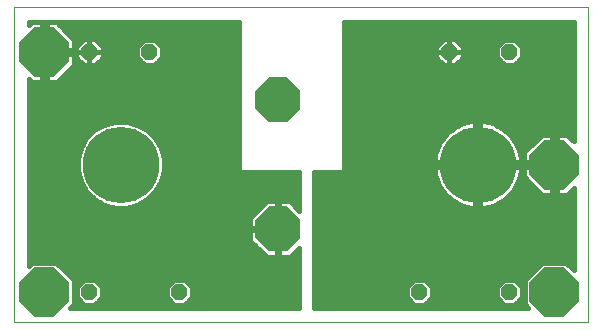
<source format=gtl>
G75*
%MOIN*%
%OFA0B0*%
%FSLAX25Y25*%
%IPPOS*%
%LPD*%
%AMOC8*
5,1,8,0,0,1.08239X$1,22.5*
%
%ADD10C,0.00000*%
%ADD11OC8,0.15000*%
%ADD12C,0.25500*%
%ADD13OC8,0.16400*%
%ADD14OC8,0.05200*%
%ADD15C,0.01600*%
D10*
X0004333Y0003250D02*
X0004333Y0108211D01*
X0195534Y0108211D01*
X0195534Y0003250D01*
X0004333Y0003250D01*
D11*
X0092333Y0034250D03*
X0092333Y0077250D03*
D12*
X0039833Y0055750D03*
X0158833Y0055750D03*
D13*
X0184333Y0055750D03*
X0184333Y0013250D03*
X0014333Y0013250D03*
X0014333Y0093250D03*
D14*
X0029333Y0093250D03*
X0049333Y0093250D03*
X0149333Y0093250D03*
X0169333Y0093250D03*
X0169333Y0013250D03*
X0139333Y0013250D03*
X0059333Y0013250D03*
X0029333Y0013250D03*
D15*
X0032484Y0016038D02*
X0056181Y0016038D01*
X0055133Y0014990D02*
X0055133Y0011510D01*
X0057593Y0009050D01*
X0061073Y0009050D01*
X0063533Y0011510D01*
X0063533Y0014990D01*
X0061073Y0017450D01*
X0057593Y0017450D01*
X0055133Y0014990D01*
X0055133Y0014440D02*
X0033533Y0014440D01*
X0033533Y0014990D02*
X0031073Y0017450D01*
X0027593Y0017450D01*
X0025133Y0014990D01*
X0025133Y0011510D01*
X0027593Y0009050D01*
X0031073Y0009050D01*
X0033533Y0011510D01*
X0033533Y0014990D01*
X0033533Y0012841D02*
X0055133Y0012841D01*
X0055401Y0011243D02*
X0033265Y0011243D01*
X0031667Y0009644D02*
X0056999Y0009644D01*
X0061667Y0009644D02*
X0099333Y0009644D01*
X0099333Y0008050D02*
X0022992Y0008050D01*
X0024133Y0009191D01*
X0024133Y0017309D01*
X0018392Y0023050D01*
X0010274Y0023050D01*
X0009133Y0021909D01*
X0009133Y0084308D01*
X0010191Y0083250D01*
X0013558Y0083250D01*
X0013558Y0092475D01*
X0015108Y0092475D01*
X0015108Y0094025D01*
X0024333Y0094025D01*
X0024333Y0097392D01*
X0018475Y0103250D01*
X0015108Y0103250D01*
X0015108Y0094025D01*
X0013558Y0094025D01*
X0013558Y0103250D01*
X0010191Y0103250D01*
X0009133Y0102192D01*
X0009133Y0103411D01*
X0079333Y0103411D01*
X0079333Y0053250D01*
X0099333Y0053250D01*
X0099333Y0040402D01*
X0096185Y0043550D01*
X0092708Y0043550D01*
X0092708Y0034625D01*
X0091958Y0034625D01*
X0091958Y0043550D01*
X0088481Y0043550D01*
X0083033Y0038102D01*
X0083033Y0034625D01*
X0091958Y0034625D01*
X0091958Y0033875D01*
X0092708Y0033875D01*
X0092708Y0024950D01*
X0096185Y0024950D01*
X0099333Y0028098D01*
X0099333Y0008050D01*
X0099333Y0011243D02*
X0063265Y0011243D01*
X0063533Y0012841D02*
X0099333Y0012841D01*
X0099333Y0014440D02*
X0063533Y0014440D01*
X0062484Y0016038D02*
X0099333Y0016038D01*
X0099333Y0017637D02*
X0023805Y0017637D01*
X0022207Y0019235D02*
X0099333Y0019235D01*
X0099333Y0020834D02*
X0020608Y0020834D01*
X0019010Y0022432D02*
X0099333Y0022432D01*
X0099333Y0024031D02*
X0009133Y0024031D01*
X0009133Y0022432D02*
X0009656Y0022432D01*
X0009133Y0025629D02*
X0087801Y0025629D01*
X0088481Y0024950D02*
X0091958Y0024950D01*
X0091958Y0033875D01*
X0083033Y0033875D01*
X0083033Y0030398D01*
X0088481Y0024950D01*
X0091958Y0025629D02*
X0092708Y0025629D01*
X0092708Y0027228D02*
X0091958Y0027228D01*
X0091958Y0028826D02*
X0092708Y0028826D01*
X0092708Y0030425D02*
X0091958Y0030425D01*
X0091958Y0032023D02*
X0092708Y0032023D01*
X0092708Y0033622D02*
X0091958Y0033622D01*
X0091958Y0035220D02*
X0092708Y0035220D01*
X0092708Y0036819D02*
X0091958Y0036819D01*
X0091958Y0038417D02*
X0092708Y0038417D01*
X0092708Y0040016D02*
X0091958Y0040016D01*
X0091958Y0041614D02*
X0092708Y0041614D01*
X0092708Y0043213D02*
X0091958Y0043213D01*
X0088143Y0043213D02*
X0046818Y0043213D01*
X0045372Y0042378D02*
X0048644Y0044267D01*
X0051316Y0046939D01*
X0053205Y0050211D01*
X0054183Y0053861D01*
X0054183Y0057639D01*
X0053205Y0061289D01*
X0051316Y0064561D01*
X0048644Y0067233D01*
X0045372Y0069122D01*
X0041722Y0070100D01*
X0037944Y0070100D01*
X0034294Y0069122D01*
X0031022Y0067233D01*
X0028350Y0064561D01*
X0026461Y0061289D01*
X0025483Y0057639D01*
X0025483Y0053861D01*
X0026461Y0050211D01*
X0028350Y0046939D01*
X0031022Y0044267D01*
X0034294Y0042378D01*
X0037944Y0041400D01*
X0041722Y0041400D01*
X0045372Y0042378D01*
X0042522Y0041614D02*
X0086545Y0041614D01*
X0084946Y0040016D02*
X0009133Y0040016D01*
X0009133Y0041614D02*
X0037144Y0041614D01*
X0032848Y0043213D02*
X0009133Y0043213D01*
X0009133Y0044811D02*
X0030478Y0044811D01*
X0028879Y0046410D02*
X0009133Y0046410D01*
X0009133Y0048008D02*
X0027733Y0048008D01*
X0026810Y0049607D02*
X0009133Y0049607D01*
X0009133Y0051205D02*
X0026194Y0051205D01*
X0025766Y0052804D02*
X0009133Y0052804D01*
X0009133Y0054402D02*
X0025483Y0054402D01*
X0025483Y0056001D02*
X0009133Y0056001D01*
X0009133Y0057599D02*
X0025483Y0057599D01*
X0025900Y0059198D02*
X0009133Y0059198D01*
X0009133Y0060796D02*
X0026329Y0060796D01*
X0027099Y0062395D02*
X0009133Y0062395D01*
X0009133Y0063993D02*
X0028022Y0063993D01*
X0029381Y0065592D02*
X0009133Y0065592D01*
X0009133Y0067190D02*
X0030979Y0067190D01*
X0033717Y0068789D02*
X0009133Y0068789D01*
X0009133Y0070387D02*
X0079333Y0070387D01*
X0079333Y0068789D02*
X0045949Y0068789D01*
X0048686Y0067190D02*
X0079333Y0067190D01*
X0079333Y0065592D02*
X0050285Y0065592D01*
X0051643Y0063993D02*
X0079333Y0063993D01*
X0079333Y0062395D02*
X0052566Y0062395D01*
X0053337Y0060796D02*
X0079333Y0060796D01*
X0079333Y0059198D02*
X0053765Y0059198D01*
X0054183Y0057599D02*
X0079333Y0057599D01*
X0079333Y0056001D02*
X0054183Y0056001D01*
X0054183Y0054402D02*
X0079333Y0054402D01*
X0099333Y0052804D02*
X0053900Y0052804D01*
X0053471Y0051205D02*
X0099333Y0051205D01*
X0099333Y0049607D02*
X0052856Y0049607D01*
X0051933Y0048008D02*
X0099333Y0048008D01*
X0099333Y0046410D02*
X0050787Y0046410D01*
X0049188Y0044811D02*
X0099333Y0044811D01*
X0099333Y0043213D02*
X0096522Y0043213D01*
X0098121Y0041614D02*
X0099333Y0041614D01*
X0104333Y0041614D02*
X0155317Y0041614D01*
X0155293Y0041619D02*
X0156695Y0041340D01*
X0158033Y0041208D01*
X0158033Y0054950D01*
X0159633Y0054950D01*
X0159633Y0056550D01*
X0173374Y0056550D01*
X0173243Y0057887D01*
X0172964Y0059290D01*
X0172549Y0060658D01*
X0172002Y0061978D01*
X0171328Y0063239D01*
X0170534Y0064428D01*
X0169627Y0065533D01*
X0168616Y0066544D01*
X0167511Y0067451D01*
X0166322Y0068245D01*
X0165061Y0068919D01*
X0163740Y0069466D01*
X0162372Y0069881D01*
X0160970Y0070160D01*
X0159633Y0070292D01*
X0159633Y0056550D01*
X0158033Y0056550D01*
X0158033Y0070292D01*
X0156695Y0070160D01*
X0155293Y0069881D01*
X0153925Y0069466D01*
X0152604Y0068919D01*
X0151344Y0068245D01*
X0150155Y0067451D01*
X0149050Y0066544D01*
X0148039Y0065533D01*
X0147132Y0064428D01*
X0146338Y0063239D01*
X0145664Y0061978D01*
X0145117Y0060658D01*
X0144702Y0059290D01*
X0144423Y0057887D01*
X0144291Y0056550D01*
X0158033Y0056550D01*
X0158033Y0054950D01*
X0144291Y0054950D01*
X0144423Y0053612D01*
X0144702Y0052210D01*
X0145117Y0050842D01*
X0145664Y0049522D01*
X0146338Y0048261D01*
X0147132Y0047072D01*
X0148039Y0045967D01*
X0149050Y0044956D01*
X0150155Y0044049D01*
X0151344Y0043255D01*
X0152604Y0042581D01*
X0153925Y0042034D01*
X0155293Y0041619D01*
X0158033Y0041614D02*
X0159633Y0041614D01*
X0159633Y0041208D02*
X0160970Y0041340D01*
X0162372Y0041619D01*
X0163740Y0042034D01*
X0165061Y0042581D01*
X0166322Y0043255D01*
X0167511Y0044049D01*
X0168616Y0044956D01*
X0169627Y0045967D01*
X0170534Y0047072D01*
X0171328Y0048261D01*
X0172002Y0049522D01*
X0172549Y0050842D01*
X0172964Y0052210D01*
X0173243Y0053612D01*
X0173374Y0054950D01*
X0159633Y0054950D01*
X0159633Y0041208D01*
X0162349Y0041614D02*
X0190734Y0041614D01*
X0190734Y0040016D02*
X0104333Y0040016D01*
X0104333Y0038417D02*
X0190734Y0038417D01*
X0190734Y0036819D02*
X0104333Y0036819D01*
X0104333Y0035220D02*
X0190734Y0035220D01*
X0190734Y0033622D02*
X0104333Y0033622D01*
X0104333Y0032023D02*
X0190734Y0032023D01*
X0190734Y0030425D02*
X0104333Y0030425D01*
X0104333Y0028826D02*
X0190734Y0028826D01*
X0190734Y0027228D02*
X0104333Y0027228D01*
X0104333Y0025629D02*
X0190734Y0025629D01*
X0190734Y0024031D02*
X0104333Y0024031D01*
X0104333Y0022432D02*
X0179656Y0022432D01*
X0180274Y0023050D02*
X0174533Y0017309D01*
X0174533Y0009191D01*
X0175674Y0008050D01*
X0104333Y0008050D01*
X0104333Y0053250D01*
X0114333Y0053250D01*
X0114333Y0103411D01*
X0190734Y0103411D01*
X0190734Y0063491D01*
X0188475Y0065750D01*
X0185108Y0065750D01*
X0185108Y0056525D01*
X0183558Y0056525D01*
X0183558Y0065750D01*
X0180191Y0065750D01*
X0174333Y0059892D01*
X0174333Y0056525D01*
X0183558Y0056525D01*
X0183558Y0054975D01*
X0185108Y0054975D01*
X0185108Y0045750D01*
X0188475Y0045750D01*
X0190734Y0048009D01*
X0190734Y0020708D01*
X0188392Y0023050D01*
X0180274Y0023050D01*
X0178057Y0020834D02*
X0104333Y0020834D01*
X0104333Y0019235D02*
X0176459Y0019235D01*
X0174860Y0017637D02*
X0104333Y0017637D01*
X0104333Y0016038D02*
X0136181Y0016038D01*
X0135133Y0014990D02*
X0135133Y0011510D01*
X0137593Y0009050D01*
X0141073Y0009050D01*
X0143533Y0011510D01*
X0143533Y0014990D01*
X0141073Y0017450D01*
X0137593Y0017450D01*
X0135133Y0014990D01*
X0135133Y0014440D02*
X0104333Y0014440D01*
X0104333Y0012841D02*
X0135133Y0012841D01*
X0135401Y0011243D02*
X0104333Y0011243D01*
X0104333Y0009644D02*
X0136999Y0009644D01*
X0141667Y0009644D02*
X0166999Y0009644D01*
X0167593Y0009050D02*
X0171073Y0009050D01*
X0173533Y0011510D01*
X0173533Y0014990D01*
X0171073Y0017450D01*
X0167593Y0017450D01*
X0165133Y0014990D01*
X0165133Y0011510D01*
X0167593Y0009050D01*
X0165401Y0011243D02*
X0143265Y0011243D01*
X0143533Y0012841D02*
X0165133Y0012841D01*
X0165133Y0014440D02*
X0143533Y0014440D01*
X0142484Y0016038D02*
X0166181Y0016038D01*
X0172484Y0016038D02*
X0174533Y0016038D01*
X0174533Y0014440D02*
X0173533Y0014440D01*
X0173533Y0012841D02*
X0174533Y0012841D01*
X0174533Y0011243D02*
X0173265Y0011243D01*
X0174533Y0009644D02*
X0171667Y0009644D01*
X0190608Y0020834D02*
X0190734Y0020834D01*
X0190734Y0022432D02*
X0189010Y0022432D01*
X0190734Y0043213D02*
X0166243Y0043213D01*
X0168439Y0044811D02*
X0190734Y0044811D01*
X0190734Y0046410D02*
X0189135Y0046410D01*
X0190733Y0048008D02*
X0190734Y0048008D01*
X0185108Y0048008D02*
X0183558Y0048008D01*
X0183558Y0046410D02*
X0185108Y0046410D01*
X0183558Y0045750D02*
X0183558Y0054975D01*
X0174333Y0054975D01*
X0174333Y0051608D01*
X0180191Y0045750D01*
X0183558Y0045750D01*
X0179531Y0046410D02*
X0169990Y0046410D01*
X0171159Y0048008D02*
X0177932Y0048008D01*
X0176334Y0049607D02*
X0172037Y0049607D01*
X0172659Y0051205D02*
X0174735Y0051205D01*
X0174333Y0052804D02*
X0173082Y0052804D01*
X0173320Y0054402D02*
X0174333Y0054402D01*
X0174333Y0057599D02*
X0173271Y0057599D01*
X0172982Y0059198D02*
X0174333Y0059198D01*
X0175237Y0060796D02*
X0172491Y0060796D01*
X0171779Y0062395D02*
X0176836Y0062395D01*
X0178434Y0063993D02*
X0170824Y0063993D01*
X0169568Y0065592D02*
X0180033Y0065592D01*
X0183558Y0065592D02*
X0185108Y0065592D01*
X0185108Y0063993D02*
X0183558Y0063993D01*
X0183558Y0062395D02*
X0185108Y0062395D01*
X0185108Y0060796D02*
X0183558Y0060796D01*
X0183558Y0059198D02*
X0185108Y0059198D01*
X0185108Y0057599D02*
X0183558Y0057599D01*
X0183558Y0056001D02*
X0159633Y0056001D01*
X0159633Y0054402D02*
X0158033Y0054402D01*
X0158033Y0056001D02*
X0114333Y0056001D01*
X0114333Y0054402D02*
X0144345Y0054402D01*
X0144584Y0052804D02*
X0104333Y0052804D01*
X0104333Y0051205D02*
X0145007Y0051205D01*
X0145629Y0049607D02*
X0104333Y0049607D01*
X0104333Y0048008D02*
X0146506Y0048008D01*
X0147676Y0046410D02*
X0104333Y0046410D01*
X0104333Y0044811D02*
X0149226Y0044811D01*
X0151423Y0043213D02*
X0104333Y0043213D01*
X0083348Y0038417D02*
X0009133Y0038417D01*
X0009133Y0036819D02*
X0083033Y0036819D01*
X0083033Y0035220D02*
X0009133Y0035220D01*
X0009133Y0033622D02*
X0083033Y0033622D01*
X0083033Y0032023D02*
X0009133Y0032023D01*
X0009133Y0030425D02*
X0083033Y0030425D01*
X0084604Y0028826D02*
X0009133Y0028826D01*
X0009133Y0027228D02*
X0086203Y0027228D01*
X0096864Y0025629D02*
X0099333Y0025629D01*
X0099333Y0027228D02*
X0098463Y0027228D01*
X0114333Y0057599D02*
X0144395Y0057599D01*
X0144684Y0059198D02*
X0114333Y0059198D01*
X0114333Y0060796D02*
X0145174Y0060796D01*
X0145887Y0062395D02*
X0114333Y0062395D01*
X0114333Y0063993D02*
X0146842Y0063993D01*
X0148098Y0065592D02*
X0114333Y0065592D01*
X0114333Y0067190D02*
X0149838Y0067190D01*
X0152361Y0068789D02*
X0114333Y0068789D01*
X0114333Y0070387D02*
X0190734Y0070387D01*
X0190734Y0068789D02*
X0165304Y0068789D01*
X0167828Y0067190D02*
X0190734Y0067190D01*
X0190734Y0065592D02*
X0188633Y0065592D01*
X0190231Y0063993D02*
X0190734Y0063993D01*
X0190734Y0071986D02*
X0114333Y0071986D01*
X0114333Y0073584D02*
X0190734Y0073584D01*
X0190734Y0075183D02*
X0114333Y0075183D01*
X0114333Y0076782D02*
X0190734Y0076782D01*
X0190734Y0078380D02*
X0114333Y0078380D01*
X0114333Y0079979D02*
X0190734Y0079979D01*
X0190734Y0081577D02*
X0114333Y0081577D01*
X0114333Y0083176D02*
X0190734Y0083176D01*
X0190734Y0084774D02*
X0114333Y0084774D01*
X0114333Y0086373D02*
X0190734Y0086373D01*
X0190734Y0087971D02*
X0114333Y0087971D01*
X0114333Y0089570D02*
X0146791Y0089570D01*
X0147510Y0088850D02*
X0149333Y0088850D01*
X0151155Y0088850D01*
X0153733Y0091427D01*
X0153733Y0093250D01*
X0153733Y0095073D01*
X0151155Y0097650D01*
X0149333Y0097650D01*
X0149333Y0093250D01*
X0153733Y0093250D01*
X0149333Y0093250D01*
X0149333Y0093250D01*
X0149333Y0093250D01*
X0149333Y0088850D01*
X0149333Y0093250D01*
X0149333Y0093250D01*
X0149333Y0097650D01*
X0147510Y0097650D01*
X0144933Y0095073D01*
X0144933Y0093250D01*
X0144933Y0091427D01*
X0147510Y0088850D01*
X0149333Y0089570D02*
X0149333Y0089570D01*
X0149333Y0091168D02*
X0149333Y0091168D01*
X0149333Y0092767D02*
X0149333Y0092767D01*
X0149333Y0093250D02*
X0144933Y0093250D01*
X0149333Y0093250D01*
X0149333Y0093250D01*
X0149333Y0094365D02*
X0149333Y0094365D01*
X0149333Y0095964D02*
X0149333Y0095964D01*
X0149333Y0097562D02*
X0149333Y0097562D01*
X0151243Y0097562D02*
X0190734Y0097562D01*
X0190734Y0095964D02*
X0172559Y0095964D01*
X0173533Y0094990D02*
X0171073Y0097450D01*
X0167593Y0097450D01*
X0165133Y0094990D01*
X0165133Y0091510D01*
X0167593Y0089050D01*
X0171073Y0089050D01*
X0173533Y0091510D01*
X0173533Y0094990D01*
X0173533Y0094365D02*
X0190734Y0094365D01*
X0190734Y0092767D02*
X0173533Y0092767D01*
X0173191Y0091168D02*
X0190734Y0091168D01*
X0190734Y0089570D02*
X0171592Y0089570D01*
X0167073Y0089570D02*
X0151875Y0089570D01*
X0153473Y0091168D02*
X0165475Y0091168D01*
X0165133Y0092767D02*
X0153733Y0092767D01*
X0153733Y0094365D02*
X0165133Y0094365D01*
X0166107Y0095964D02*
X0152842Y0095964D01*
X0147422Y0097562D02*
X0114333Y0097562D01*
X0114333Y0095964D02*
X0145824Y0095964D01*
X0144933Y0094365D02*
X0114333Y0094365D01*
X0114333Y0092767D02*
X0144933Y0092767D01*
X0145192Y0091168D02*
X0114333Y0091168D01*
X0114333Y0099161D02*
X0190734Y0099161D01*
X0190734Y0100759D02*
X0114333Y0100759D01*
X0114333Y0102358D02*
X0190734Y0102358D01*
X0159633Y0068789D02*
X0158033Y0068789D01*
X0158033Y0067190D02*
X0159633Y0067190D01*
X0159633Y0065592D02*
X0158033Y0065592D01*
X0158033Y0063993D02*
X0159633Y0063993D01*
X0159633Y0062395D02*
X0158033Y0062395D01*
X0158033Y0060796D02*
X0159633Y0060796D01*
X0159633Y0059198D02*
X0158033Y0059198D01*
X0158033Y0057599D02*
X0159633Y0057599D01*
X0159633Y0052804D02*
X0158033Y0052804D01*
X0158033Y0051205D02*
X0159633Y0051205D01*
X0159633Y0049607D02*
X0158033Y0049607D01*
X0158033Y0048008D02*
X0159633Y0048008D01*
X0159633Y0046410D02*
X0158033Y0046410D01*
X0158033Y0044811D02*
X0159633Y0044811D01*
X0159633Y0043213D02*
X0158033Y0043213D01*
X0183558Y0049607D02*
X0185108Y0049607D01*
X0185108Y0051205D02*
X0183558Y0051205D01*
X0183558Y0052804D02*
X0185108Y0052804D01*
X0185108Y0054402D02*
X0183558Y0054402D01*
X0079333Y0071986D02*
X0009133Y0071986D01*
X0009133Y0073584D02*
X0079333Y0073584D01*
X0079333Y0075183D02*
X0009133Y0075183D01*
X0009133Y0076782D02*
X0079333Y0076782D01*
X0079333Y0078380D02*
X0009133Y0078380D01*
X0009133Y0079979D02*
X0079333Y0079979D01*
X0079333Y0081577D02*
X0009133Y0081577D01*
X0009133Y0083176D02*
X0079333Y0083176D01*
X0079333Y0084774D02*
X0019999Y0084774D01*
X0021598Y0086373D02*
X0079333Y0086373D01*
X0079333Y0087971D02*
X0023196Y0087971D01*
X0024333Y0089108D02*
X0024333Y0092475D01*
X0015108Y0092475D01*
X0015108Y0083250D01*
X0018475Y0083250D01*
X0024333Y0089108D01*
X0024333Y0089570D02*
X0026791Y0089570D01*
X0027510Y0088850D02*
X0029333Y0088850D01*
X0031155Y0088850D01*
X0033733Y0091427D01*
X0033733Y0093250D01*
X0033733Y0095073D01*
X0031155Y0097650D01*
X0029333Y0097650D01*
X0029333Y0093250D01*
X0033733Y0093250D01*
X0029333Y0093250D01*
X0029333Y0093250D01*
X0029333Y0093250D01*
X0029333Y0088850D01*
X0029333Y0093250D01*
X0029333Y0093250D01*
X0029333Y0097650D01*
X0027510Y0097650D01*
X0024933Y0095073D01*
X0024933Y0093250D01*
X0024933Y0091427D01*
X0027510Y0088850D01*
X0029333Y0089570D02*
X0029333Y0089570D01*
X0029333Y0091168D02*
X0029333Y0091168D01*
X0029333Y0092767D02*
X0029333Y0092767D01*
X0029333Y0093250D02*
X0024933Y0093250D01*
X0029333Y0093250D01*
X0029333Y0093250D01*
X0029333Y0094365D02*
X0029333Y0094365D01*
X0029333Y0095964D02*
X0029333Y0095964D01*
X0029333Y0097562D02*
X0029333Y0097562D01*
X0031243Y0097562D02*
X0079333Y0097562D01*
X0079333Y0095964D02*
X0052559Y0095964D01*
X0053533Y0094990D02*
X0051073Y0097450D01*
X0047593Y0097450D01*
X0045133Y0094990D01*
X0045133Y0091510D01*
X0047593Y0089050D01*
X0051073Y0089050D01*
X0053533Y0091510D01*
X0053533Y0094990D01*
X0053533Y0094365D02*
X0079333Y0094365D01*
X0079333Y0092767D02*
X0053533Y0092767D01*
X0053191Y0091168D02*
X0079333Y0091168D01*
X0079333Y0089570D02*
X0051592Y0089570D01*
X0047073Y0089570D02*
X0031875Y0089570D01*
X0033473Y0091168D02*
X0045475Y0091168D01*
X0045133Y0092767D02*
X0033733Y0092767D01*
X0033733Y0094365D02*
X0045133Y0094365D01*
X0046107Y0095964D02*
X0032842Y0095964D01*
X0027422Y0097562D02*
X0024163Y0097562D01*
X0024333Y0095964D02*
X0025824Y0095964D01*
X0024933Y0094365D02*
X0024333Y0094365D01*
X0024933Y0092767D02*
X0015108Y0092767D01*
X0015108Y0094365D02*
X0013558Y0094365D01*
X0013558Y0095964D02*
X0015108Y0095964D01*
X0015108Y0097562D02*
X0013558Y0097562D01*
X0013558Y0099161D02*
X0015108Y0099161D01*
X0015108Y0100759D02*
X0013558Y0100759D01*
X0013558Y0102358D02*
X0015108Y0102358D01*
X0019367Y0102358D02*
X0079333Y0102358D01*
X0079333Y0100759D02*
X0020966Y0100759D01*
X0022564Y0099161D02*
X0079333Y0099161D01*
X0025192Y0091168D02*
X0024333Y0091168D01*
X0015108Y0091168D02*
X0013558Y0091168D01*
X0013558Y0089570D02*
X0015108Y0089570D01*
X0015108Y0087971D02*
X0013558Y0087971D01*
X0013558Y0086373D02*
X0015108Y0086373D01*
X0015108Y0084774D02*
X0013558Y0084774D01*
X0009298Y0102358D02*
X0009133Y0102358D01*
X0024133Y0016038D02*
X0026181Y0016038D01*
X0025133Y0014440D02*
X0024133Y0014440D01*
X0024133Y0012841D02*
X0025133Y0012841D01*
X0025401Y0011243D02*
X0024133Y0011243D01*
X0024133Y0009644D02*
X0026999Y0009644D01*
M02*

</source>
